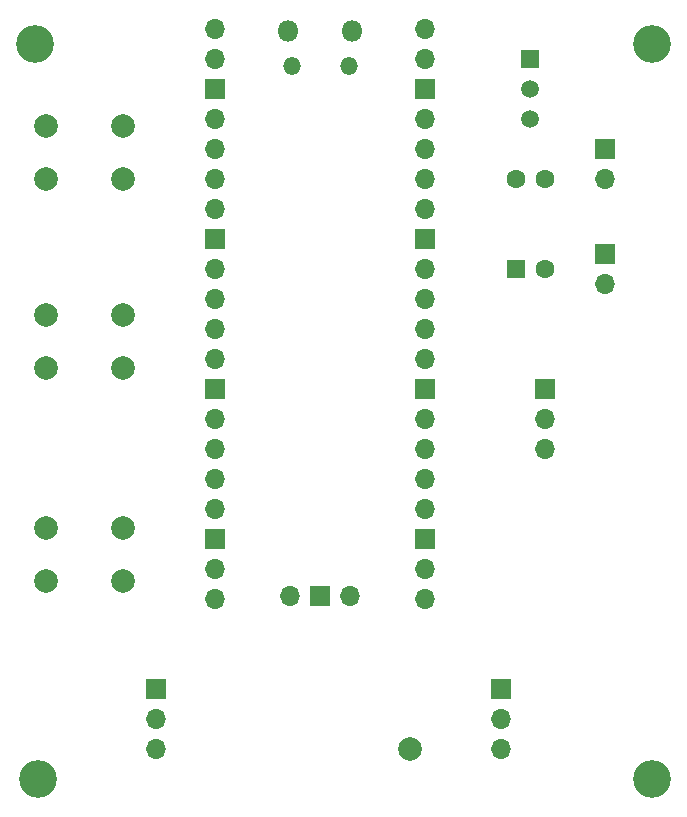
<source format=gbr>
%TF.GenerationSoftware,KiCad,Pcbnew,7.0.10*%
%TF.CreationDate,2024-01-07T12:32:19+09:00*%
%TF.ProjectId,main,6d61696e-2e6b-4696-9361-645f70636258,rev?*%
%TF.SameCoordinates,Original*%
%TF.FileFunction,Soldermask,Bot*%
%TF.FilePolarity,Negative*%
%FSLAX46Y46*%
G04 Gerber Fmt 4.6, Leading zero omitted, Abs format (unit mm)*
G04 Created by KiCad (PCBNEW 7.0.10) date 2024-01-07 12:32:19*
%MOMM*%
%LPD*%
G01*
G04 APERTURE LIST*
%ADD10C,3.200000*%
%ADD11R,1.600000X1.600000*%
%ADD12C,1.600000*%
%ADD13C,2.000000*%
%ADD14R,1.700000X1.700000*%
%ADD15O,1.700000X1.700000*%
%ADD16O,1.800000X1.800000*%
%ADD17O,1.500000X1.500000*%
%ADD18R,1.500000X1.500000*%
%ADD19C,1.500000*%
G04 APERTURE END LIST*
D10*
%TO.C,H1*%
X106000000Y-116000000D03*
%TD*%
D11*
%TO.C,C1*%
X94490000Y-72860000D03*
D12*
X96990000Y-72860000D03*
%TD*%
D13*
%TO.C,SW3*%
X54750000Y-94750000D03*
X61250000Y-94750000D03*
X54750000Y-99250000D03*
X61250000Y-99250000D03*
%TD*%
%TO.C,SW2*%
X54750000Y-76750000D03*
X61250000Y-76750000D03*
X54750000Y-81250000D03*
X61250000Y-81250000D03*
%TD*%
D10*
%TO.C,H4*%
X106000000Y-53810000D03*
%TD*%
D13*
%TO.C,SW1*%
X54750000Y-60750000D03*
X61250000Y-60750000D03*
X54750000Y-65250000D03*
X61250000Y-65250000D03*
%TD*%
D12*
%TO.C,C2*%
X94490000Y-65240000D03*
X96990000Y-65240000D03*
%TD*%
D14*
%TO.C,J1*%
X96990000Y-83020000D03*
D15*
X96990000Y-85560000D03*
X96990000Y-88100000D03*
%TD*%
D14*
%TO.C,J4*%
X102070000Y-62700000D03*
D15*
X102070000Y-65240000D03*
%TD*%
D14*
%TO.C,J2*%
X93205000Y-108435000D03*
D15*
X93205000Y-110975000D03*
X93205000Y-113515000D03*
%TD*%
D14*
%TO.C,J5*%
X102070000Y-71590000D03*
D15*
X102070000Y-74130000D03*
%TD*%
D14*
%TO.C,J3*%
X63995000Y-108435000D03*
D15*
X63995000Y-110975000D03*
X63995000Y-113515000D03*
%TD*%
D16*
%TO.C,U1*%
X75215000Y-52670000D03*
D17*
X75515000Y-55700000D03*
X80365000Y-55700000D03*
D16*
X80665000Y-52670000D03*
D15*
X69050000Y-52540000D03*
X69050000Y-55080000D03*
D14*
X69050000Y-57620000D03*
D15*
X69050000Y-60160000D03*
X69050000Y-62700000D03*
X69050000Y-65240000D03*
X69050000Y-67780000D03*
D14*
X69050000Y-70320000D03*
D15*
X69050000Y-72860000D03*
X69050000Y-75400000D03*
X69050000Y-77940000D03*
X69050000Y-80480000D03*
D14*
X69050000Y-83020000D03*
D15*
X69050000Y-85560000D03*
X69050000Y-88100000D03*
X69050000Y-90640000D03*
X69050000Y-93180000D03*
D14*
X69050000Y-95720000D03*
D15*
X69050000Y-98260000D03*
X69050000Y-100800000D03*
X86830000Y-100800000D03*
X86830000Y-98260000D03*
D14*
X86830000Y-95720000D03*
D15*
X86830000Y-93180000D03*
X86830000Y-90640000D03*
X86830000Y-88100000D03*
X86830000Y-85560000D03*
D14*
X86830000Y-83020000D03*
D15*
X86830000Y-80480000D03*
X86830000Y-77940000D03*
X86830000Y-75400000D03*
X86830000Y-72860000D03*
D14*
X86830000Y-70320000D03*
D15*
X86830000Y-67780000D03*
X86830000Y-65240000D03*
X86830000Y-62700000D03*
X86830000Y-60160000D03*
D14*
X86830000Y-57620000D03*
D15*
X86830000Y-55080000D03*
X86830000Y-52540000D03*
X75400000Y-100570000D03*
D14*
X77940000Y-100570000D03*
D15*
X80480000Y-100570000D03*
%TD*%
D10*
%TO.C,H3*%
X53810000Y-53810000D03*
%TD*%
D18*
%TO.C,Q1*%
X95720000Y-55080000D03*
D19*
X95720000Y-57620000D03*
X95720000Y-60160000D03*
%TD*%
D10*
%TO.C,H2*%
X54000000Y-116000000D03*
%TD*%
D13*
%TO.C,TP1*%
X85560000Y-113500000D03*
%TD*%
M02*

</source>
